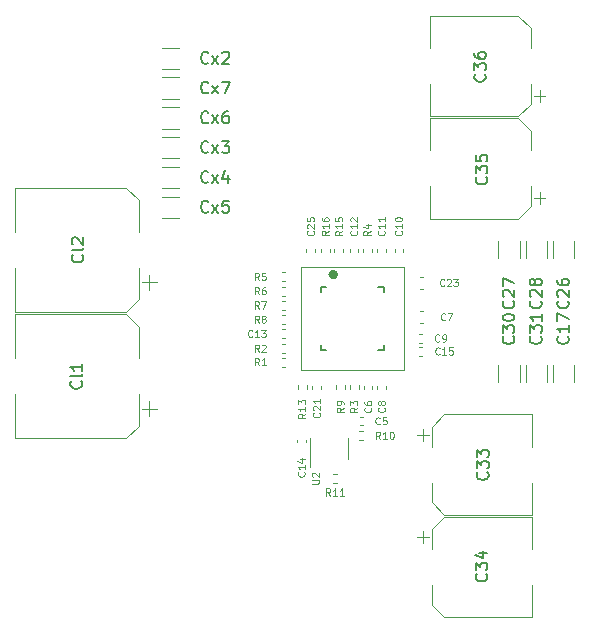
<source format=gbr>
%TF.GenerationSoftware,KiCad,Pcbnew,(5.1.8)-1*%
%TF.CreationDate,2021-10-03T21:30:47+08:00*%
%TF.ProjectId,-18v~18v Dual-Power,2d313876-7e31-4387-9620-4475616c2d50,rev?*%
%TF.SameCoordinates,Original*%
%TF.FileFunction,Legend,Top*%
%TF.FilePolarity,Positive*%
%FSLAX46Y46*%
G04 Gerber Fmt 4.6, Leading zero omitted, Abs format (unit mm)*
G04 Created by KiCad (PCBNEW (5.1.8)-1) date 2021-10-03 21:30:47*
%MOMM*%
%LPD*%
G01*
G04 APERTURE LIST*
%ADD10C,0.120000*%
%ADD11C,0.400000*%
%ADD12C,0.152400*%
%ADD13C,0.100000*%
%ADD14C,0.078740*%
%ADD15C,0.150000*%
G04 APERTURE END LIST*
D10*
X138440000Y-82950000D02*
X138440000Y-91690000D01*
X147180000Y-91690000D02*
X138440000Y-91690000D01*
X147180000Y-91690000D02*
X147180000Y-82950000D01*
X138440000Y-82950000D02*
X147180000Y-82950000D01*
D11*
X141400000Y-83600000D02*
G75*
G03*
X141400000Y-83600000I-200000J0D01*
G01*
D12*
%TO.C,U1*%
X140564800Y-84673000D02*
X140133000Y-84673000D01*
X145467000Y-85104800D02*
X145467000Y-84673000D01*
X145035200Y-90007000D02*
X145467000Y-90007000D01*
X140133000Y-90007000D02*
X140564800Y-90007000D01*
X145467000Y-90007000D02*
X145467000Y-89575200D01*
X145467000Y-84673000D02*
X145035200Y-84673000D01*
X140133000Y-84673000D02*
X140133000Y-85104800D01*
X140133000Y-89575200D02*
X140133000Y-90007000D01*
D10*
%TO.C,C36*%
X149409999Y-61690000D02*
X149409999Y-64440000D01*
X149409999Y-70210000D02*
X149409999Y-67460000D01*
X156865562Y-70210000D02*
X149409999Y-70210000D01*
X156865562Y-61690000D02*
X149409999Y-61690000D01*
X157929999Y-62754437D02*
X157929999Y-64440000D01*
X157929999Y-69145563D02*
X157929999Y-67460000D01*
X157929999Y-69145563D02*
X156865562Y-70210000D01*
X157929999Y-62754437D02*
X156865562Y-61690000D01*
X159169999Y-68460000D02*
X158169999Y-68460000D01*
X158669999Y-68960000D02*
X158669999Y-67960000D01*
%TO.C,C35*%
X149410000Y-70340000D02*
X149410000Y-73090000D01*
X149410000Y-78860000D02*
X149410000Y-76110000D01*
X156865563Y-78860000D02*
X149410000Y-78860000D01*
X156865563Y-70340000D02*
X149410000Y-70340000D01*
X157930000Y-71404437D02*
X157930000Y-73090000D01*
X157930000Y-77795563D02*
X157930000Y-76110000D01*
X157930000Y-77795563D02*
X156865563Y-78860000D01*
X157930000Y-71404437D02*
X156865563Y-70340000D01*
X159170000Y-77110000D02*
X158170000Y-77110000D01*
X158670000Y-77610000D02*
X158670000Y-76610000D01*
%TO.C,C34*%
X158060000Y-112610000D02*
X158060000Y-109860000D01*
X158060000Y-104090000D02*
X158060000Y-106840000D01*
X150604437Y-104090000D02*
X158060000Y-104090000D01*
X150604437Y-112610000D02*
X158060000Y-112610000D01*
X149540000Y-111545563D02*
X149540000Y-109860000D01*
X149540000Y-105154437D02*
X149540000Y-106840000D01*
X149540000Y-105154437D02*
X150604437Y-104090000D01*
X149540000Y-111545563D02*
X150604437Y-112610000D01*
X148300000Y-105840000D02*
X149300000Y-105840000D01*
X148800000Y-105340000D02*
X148800000Y-106340000D01*
%TO.C,C33*%
X158060000Y-103960000D02*
X158060000Y-101210000D01*
X158060000Y-95440000D02*
X158060000Y-98190000D01*
X150604437Y-95440000D02*
X158060000Y-95440000D01*
X150604437Y-103960000D02*
X158060000Y-103960000D01*
X149540000Y-102895563D02*
X149540000Y-101210000D01*
X149540000Y-96504437D02*
X149540000Y-98190000D01*
X149540000Y-96504437D02*
X150604437Y-95440000D01*
X149540000Y-102895563D02*
X150604437Y-103960000D01*
X148300000Y-97190000D02*
X149300000Y-97190000D01*
X148800000Y-96690000D02*
X148800000Y-97690000D01*
%TO.C,Cx7*%
X128111252Y-68721110D02*
X126688748Y-68721110D01*
X128111252Y-66901110D02*
X126688748Y-66901110D01*
%TO.C,Cx6*%
X128111252Y-71243332D02*
X126688748Y-71243332D01*
X128111252Y-69423332D02*
X126688748Y-69423332D01*
%TO.C,Cx5*%
X128111252Y-78810000D02*
X126688748Y-78810000D01*
X128111252Y-76990000D02*
X126688748Y-76990000D01*
%TO.C,Cx4*%
X128111252Y-76287776D02*
X126688748Y-76287776D01*
X128111252Y-74467776D02*
X126688748Y-74467776D01*
%TO.C,Cx3*%
X128111252Y-73765554D02*
X126688748Y-73765554D01*
X128111252Y-71945554D02*
X126688748Y-71945554D01*
%TO.C,Cl2*%
X114240000Y-76240000D02*
X114240000Y-79990000D01*
X114240000Y-86760000D02*
X114240000Y-83010000D01*
X123695563Y-86760000D02*
X114240000Y-86760000D01*
X123695563Y-76240000D02*
X114240000Y-76240000D01*
X124760000Y-77304437D02*
X124760000Y-79990000D01*
X124760000Y-85695563D02*
X124760000Y-83010000D01*
X124760000Y-85695563D02*
X123695563Y-86760000D01*
X124760000Y-77304437D02*
X123695563Y-76240000D01*
X126250000Y-84260000D02*
X125000000Y-84260000D01*
X125625000Y-84885000D02*
X125625000Y-83635000D01*
%TO.C,Cl1*%
X114240000Y-86940000D02*
X114240000Y-90690000D01*
X114240000Y-97460000D02*
X114240000Y-93710000D01*
X123695563Y-97460000D02*
X114240000Y-97460000D01*
X123695563Y-86940000D02*
X114240000Y-86940000D01*
X124760000Y-88004437D02*
X124760000Y-90690000D01*
X124760000Y-96395563D02*
X124760000Y-93710000D01*
X124760000Y-96395563D02*
X123695563Y-97460000D01*
X124760000Y-88004437D02*
X123695563Y-86940000D01*
X126250000Y-94960000D02*
X125000000Y-94960000D01*
X125625000Y-95585000D02*
X125625000Y-94335000D01*
%TO.C,C23*%
X148559420Y-83790000D02*
X148840580Y-83790000D01*
X148559420Y-84810000D02*
X148840580Y-84810000D01*
%TO.C,C7*%
X148559420Y-86690000D02*
X148840580Y-86690000D01*
X148559420Y-87710000D02*
X148840580Y-87710000D01*
%TO.C,Cx2*%
X128111252Y-66198888D02*
X126688748Y-66198888D01*
X128111252Y-64378888D02*
X126688748Y-64378888D01*
%TO.C,C31*%
X159310000Y-91251248D02*
X159310000Y-92673752D01*
X157490000Y-91251248D02*
X157490000Y-92673752D01*
%TO.C,C30*%
X157010000Y-91251248D02*
X157010000Y-92673752D01*
X155190000Y-91251248D02*
X155190000Y-92673752D01*
%TO.C,C28*%
X157490000Y-82163752D02*
X157490000Y-80741248D01*
X159310000Y-82163752D02*
X159310000Y-80741248D01*
%TO.C,C27*%
X155190000Y-82163752D02*
X155190000Y-80741248D01*
X157010000Y-82163752D02*
X157010000Y-80741248D01*
%TO.C,C26*%
X159790000Y-82163752D02*
X159790000Y-80741248D01*
X161610000Y-82163752D02*
X161610000Y-80741248D01*
%TO.C,C17*%
X161609999Y-91251248D02*
X161609999Y-92673752D01*
X159789999Y-91251248D02*
X159789999Y-92673752D01*
%TO.C,C9*%
X148707836Y-89360000D02*
X148492164Y-89360000D01*
X148707836Y-88640000D02*
X148492164Y-88640000D01*
D13*
%TO.C,U2*%
X142440000Y-99209999D02*
X142440000Y-97409999D01*
X139220000Y-97409999D02*
X139220000Y-99859999D01*
%TO.C,R16*%
X140920000Y-81723641D02*
X140920000Y-81416359D01*
X140160000Y-81723641D02*
X140160000Y-81416359D01*
%TO.C,R15*%
X141310000Y-81416359D02*
X141310000Y-81723641D01*
X142070000Y-81416359D02*
X142070000Y-81723641D01*
%TO.C,R13*%
X138980000Y-93293641D02*
X138980000Y-92986359D01*
X138220000Y-93293641D02*
X138220000Y-92986359D01*
%TO.C,R11*%
X141493641Y-100499999D02*
X141186359Y-100499999D01*
X141493641Y-101259999D02*
X141186359Y-101259999D01*
%TO.C,R10*%
X143426359Y-97590000D02*
X143733641Y-97590000D01*
X143426359Y-96830000D02*
X143733641Y-96830000D01*
%TO.C,R9*%
X142170000Y-92986359D02*
X142170000Y-93293641D01*
X141410000Y-92986359D02*
X141410000Y-93293641D01*
%TO.C,R8*%
X136836359Y-87789999D02*
X137143641Y-87789999D01*
X136836359Y-87029999D02*
X137143641Y-87029999D01*
%TO.C,R7*%
X136836359Y-86586666D02*
X137143641Y-86586666D01*
X136836359Y-85826666D02*
X137143641Y-85826666D01*
%TO.C,R6*%
X137143641Y-84623333D02*
X136836359Y-84623333D01*
X137143641Y-85383333D02*
X136836359Y-85383333D01*
%TO.C,R5*%
X137143641Y-83420000D02*
X136836359Y-83420000D01*
X137143641Y-84180000D02*
X136836359Y-84180000D01*
%TO.C,R4*%
X144470000Y-81723641D02*
X144470000Y-81416359D01*
X143710000Y-81723641D02*
X143710000Y-81416359D01*
%TO.C,R3*%
X143360000Y-93293641D02*
X143360000Y-92986359D01*
X142600000Y-93293641D02*
X142600000Y-92986359D01*
%TO.C,R2*%
X136836359Y-90230000D02*
X137143641Y-90230000D01*
X136836359Y-89470000D02*
X137143641Y-89470000D01*
%TO.C,R1*%
X137153641Y-90630000D02*
X136846359Y-90630000D01*
X137153641Y-91390000D02*
X136846359Y-91390000D01*
%TO.C,C25*%
X139660000Y-81677836D02*
X139660000Y-81462164D01*
X138940000Y-81677836D02*
X138940000Y-81462164D01*
%TO.C,C21*%
X140170000Y-93247836D02*
X140170000Y-93032164D01*
X139450000Y-93247836D02*
X139450000Y-93032164D01*
%TO.C,C15*%
X148697836Y-89750000D02*
X148482164Y-89750000D01*
X148697836Y-90470000D02*
X148482164Y-90470000D01*
%TO.C,C14*%
X138160000Y-97582164D02*
X138160000Y-97797836D01*
X138880000Y-97582164D02*
X138880000Y-97797836D01*
%TO.C,C13*%
X136882164Y-88963332D02*
X137097836Y-88963332D01*
X136882164Y-88243332D02*
X137097836Y-88243332D01*
%TO.C,C12*%
X142610000Y-81677836D02*
X142610000Y-81462164D01*
X143330000Y-81677836D02*
X143330000Y-81462164D01*
%TO.C,C11*%
X145660000Y-81472164D02*
X145660000Y-81687836D01*
X144940000Y-81472164D02*
X144940000Y-81687836D01*
%TO.C,C10*%
X146400000Y-81667836D02*
X146400000Y-81452164D01*
X147120000Y-81667836D02*
X147120000Y-81452164D01*
%TO.C,C8*%
X145660000Y-93247836D02*
X145660000Y-93032164D01*
X144940000Y-93247836D02*
X144940000Y-93032164D01*
%TO.C,C6*%
X144530000Y-93247836D02*
X144530000Y-93032164D01*
X143810000Y-93247836D02*
X143810000Y-93032164D01*
%TO.C,C5*%
X143687836Y-95630000D02*
X143472164Y-95630000D01*
X143687836Y-96350000D02*
X143472164Y-96350000D01*
%TO.C,U1*%
D14*
X140957629Y-83412721D02*
X140957629Y-83667689D01*
X140972627Y-83697686D01*
X140987626Y-83712684D01*
X141017622Y-83727682D01*
X141077614Y-83727682D01*
X141107611Y-83712684D01*
X141122609Y-83697686D01*
X141137607Y-83667689D01*
X141137607Y-83412721D01*
X141452568Y-83727682D02*
X141272590Y-83727682D01*
X141362579Y-83727682D02*
X141362579Y-83412721D01*
X141332583Y-83457715D01*
X141302587Y-83487712D01*
X141272590Y-83502710D01*
D15*
%TO.C,C36*%
X154027141Y-66642857D02*
X154074760Y-66690476D01*
X154122379Y-66833333D01*
X154122379Y-66928571D01*
X154074760Y-67071428D01*
X153979522Y-67166666D01*
X153884284Y-67214285D01*
X153693808Y-67261904D01*
X153550951Y-67261904D01*
X153360475Y-67214285D01*
X153265237Y-67166666D01*
X153169999Y-67071428D01*
X153122379Y-66928571D01*
X153122379Y-66833333D01*
X153169999Y-66690476D01*
X153217618Y-66642857D01*
X153122379Y-66309523D02*
X153122379Y-65690476D01*
X153503332Y-66023809D01*
X153503332Y-65880952D01*
X153550951Y-65785714D01*
X153598570Y-65738095D01*
X153693808Y-65690476D01*
X153931903Y-65690476D01*
X154027141Y-65738095D01*
X154074760Y-65785714D01*
X154122379Y-65880952D01*
X154122379Y-66166666D01*
X154074760Y-66261904D01*
X154027141Y-66309523D01*
X153122379Y-64833333D02*
X153122379Y-65023809D01*
X153169999Y-65119047D01*
X153217618Y-65166666D01*
X153360475Y-65261904D01*
X153550951Y-65309523D01*
X153931903Y-65309523D01*
X154027141Y-65261904D01*
X154074760Y-65214285D01*
X154122379Y-65119047D01*
X154122379Y-64928571D01*
X154074760Y-64833333D01*
X154027141Y-64785714D01*
X153931903Y-64738095D01*
X153693808Y-64738095D01*
X153598570Y-64785714D01*
X153550951Y-64833333D01*
X153503332Y-64928571D01*
X153503332Y-65119047D01*
X153550951Y-65214285D01*
X153598570Y-65261904D01*
X153693808Y-65309523D01*
%TO.C,C35*%
X154157142Y-75342857D02*
X154204761Y-75390476D01*
X154252380Y-75533333D01*
X154252380Y-75628571D01*
X154204761Y-75771428D01*
X154109523Y-75866666D01*
X154014285Y-75914285D01*
X153823809Y-75961904D01*
X153680952Y-75961904D01*
X153490476Y-75914285D01*
X153395238Y-75866666D01*
X153300000Y-75771428D01*
X153252380Y-75628571D01*
X153252380Y-75533333D01*
X153300000Y-75390476D01*
X153347619Y-75342857D01*
X153252380Y-75009523D02*
X153252380Y-74390476D01*
X153633333Y-74723809D01*
X153633333Y-74580952D01*
X153680952Y-74485714D01*
X153728571Y-74438095D01*
X153823809Y-74390476D01*
X154061904Y-74390476D01*
X154157142Y-74438095D01*
X154204761Y-74485714D01*
X154252380Y-74580952D01*
X154252380Y-74866666D01*
X154204761Y-74961904D01*
X154157142Y-75009523D01*
X153252380Y-73485714D02*
X153252380Y-73961904D01*
X153728571Y-74009523D01*
X153680952Y-73961904D01*
X153633333Y-73866666D01*
X153633333Y-73628571D01*
X153680952Y-73533333D01*
X153728571Y-73485714D01*
X153823809Y-73438095D01*
X154061904Y-73438095D01*
X154157142Y-73485714D01*
X154204761Y-73533333D01*
X154252380Y-73628571D01*
X154252380Y-73866666D01*
X154204761Y-73961904D01*
X154157142Y-74009523D01*
%TO.C,C34*%
X154157142Y-108942857D02*
X154204761Y-108990476D01*
X154252380Y-109133333D01*
X154252380Y-109228571D01*
X154204761Y-109371428D01*
X154109523Y-109466666D01*
X154014285Y-109514285D01*
X153823809Y-109561904D01*
X153680952Y-109561904D01*
X153490476Y-109514285D01*
X153395238Y-109466666D01*
X153300000Y-109371428D01*
X153252380Y-109228571D01*
X153252380Y-109133333D01*
X153300000Y-108990476D01*
X153347619Y-108942857D01*
X153252380Y-108609523D02*
X153252380Y-107990476D01*
X153633333Y-108323809D01*
X153633333Y-108180952D01*
X153680952Y-108085714D01*
X153728571Y-108038095D01*
X153823809Y-107990476D01*
X154061904Y-107990476D01*
X154157142Y-108038095D01*
X154204761Y-108085714D01*
X154252380Y-108180952D01*
X154252380Y-108466666D01*
X154204761Y-108561904D01*
X154157142Y-108609523D01*
X153585714Y-107133333D02*
X154252380Y-107133333D01*
X153204761Y-107371428D02*
X153919047Y-107609523D01*
X153919047Y-106990476D01*
%TO.C,C33*%
X154257142Y-100342857D02*
X154304761Y-100390476D01*
X154352380Y-100533333D01*
X154352380Y-100628571D01*
X154304761Y-100771428D01*
X154209523Y-100866666D01*
X154114285Y-100914285D01*
X153923809Y-100961904D01*
X153780952Y-100961904D01*
X153590476Y-100914285D01*
X153495238Y-100866666D01*
X153400000Y-100771428D01*
X153352380Y-100628571D01*
X153352380Y-100533333D01*
X153400000Y-100390476D01*
X153447619Y-100342857D01*
X153352380Y-100009523D02*
X153352380Y-99390476D01*
X153733333Y-99723809D01*
X153733333Y-99580952D01*
X153780952Y-99485714D01*
X153828571Y-99438095D01*
X153923809Y-99390476D01*
X154161904Y-99390476D01*
X154257142Y-99438095D01*
X154304761Y-99485714D01*
X154352380Y-99580952D01*
X154352380Y-99866666D01*
X154304761Y-99961904D01*
X154257142Y-100009523D01*
X153352380Y-99057142D02*
X153352380Y-98438095D01*
X153733333Y-98771428D01*
X153733333Y-98628571D01*
X153780952Y-98533333D01*
X153828571Y-98485714D01*
X153923809Y-98438095D01*
X154161904Y-98438095D01*
X154257142Y-98485714D01*
X154304761Y-98533333D01*
X154352380Y-98628571D01*
X154352380Y-98914285D01*
X154304761Y-99009523D01*
X154257142Y-99057142D01*
%TO.C,Cx7*%
X130633333Y-68168252D02*
X130585714Y-68215871D01*
X130442857Y-68263490D01*
X130347619Y-68263490D01*
X130204762Y-68215871D01*
X130109523Y-68120633D01*
X130061904Y-68025395D01*
X130014285Y-67834919D01*
X130014285Y-67692062D01*
X130061904Y-67501586D01*
X130109523Y-67406348D01*
X130204762Y-67311110D01*
X130347619Y-67263490D01*
X130442857Y-67263490D01*
X130585714Y-67311110D01*
X130633333Y-67358729D01*
X130966666Y-68263490D02*
X131490476Y-67596824D01*
X130966666Y-67596824D02*
X131490476Y-68263490D01*
X131776190Y-67263490D02*
X132442857Y-67263490D01*
X132014285Y-68263490D01*
%TO.C,Cx6*%
X130633333Y-70690474D02*
X130585714Y-70738093D01*
X130442857Y-70785712D01*
X130347619Y-70785712D01*
X130204762Y-70738093D01*
X130109523Y-70642855D01*
X130061904Y-70547617D01*
X130014285Y-70357141D01*
X130014285Y-70214284D01*
X130061904Y-70023808D01*
X130109523Y-69928570D01*
X130204762Y-69833332D01*
X130347619Y-69785712D01*
X130442857Y-69785712D01*
X130585714Y-69833332D01*
X130633333Y-69880951D01*
X130966666Y-70785712D02*
X131490476Y-70119046D01*
X130966666Y-70119046D02*
X131490476Y-70785712D01*
X132300000Y-69785712D02*
X132109523Y-69785712D01*
X132014285Y-69833332D01*
X131966666Y-69880951D01*
X131871428Y-70023808D01*
X131823809Y-70214284D01*
X131823809Y-70595236D01*
X131871428Y-70690474D01*
X131919047Y-70738093D01*
X132014285Y-70785712D01*
X132204762Y-70785712D01*
X132300000Y-70738093D01*
X132347619Y-70690474D01*
X132395238Y-70595236D01*
X132395238Y-70357141D01*
X132347619Y-70261903D01*
X132300000Y-70214284D01*
X132204762Y-70166665D01*
X132014285Y-70166665D01*
X131919047Y-70214284D01*
X131871428Y-70261903D01*
X131823809Y-70357141D01*
%TO.C,Cx5*%
X130633333Y-78257142D02*
X130585714Y-78304761D01*
X130442857Y-78352380D01*
X130347619Y-78352380D01*
X130204762Y-78304761D01*
X130109523Y-78209523D01*
X130061904Y-78114285D01*
X130014285Y-77923809D01*
X130014285Y-77780952D01*
X130061904Y-77590476D01*
X130109523Y-77495238D01*
X130204762Y-77400000D01*
X130347619Y-77352380D01*
X130442857Y-77352380D01*
X130585714Y-77400000D01*
X130633333Y-77447619D01*
X130966666Y-78352380D02*
X131490476Y-77685714D01*
X130966666Y-77685714D02*
X131490476Y-78352380D01*
X132347619Y-77352380D02*
X131871428Y-77352380D01*
X131823809Y-77828571D01*
X131871428Y-77780952D01*
X131966666Y-77733333D01*
X132204762Y-77733333D01*
X132300000Y-77780952D01*
X132347619Y-77828571D01*
X132395238Y-77923809D01*
X132395238Y-78161904D01*
X132347619Y-78257142D01*
X132300000Y-78304761D01*
X132204762Y-78352380D01*
X131966666Y-78352380D01*
X131871428Y-78304761D01*
X131823809Y-78257142D01*
%TO.C,Cx4*%
X130633333Y-75734918D02*
X130585714Y-75782537D01*
X130442857Y-75830156D01*
X130347619Y-75830156D01*
X130204762Y-75782537D01*
X130109523Y-75687299D01*
X130061904Y-75592061D01*
X130014285Y-75401585D01*
X130014285Y-75258728D01*
X130061904Y-75068252D01*
X130109523Y-74973014D01*
X130204762Y-74877776D01*
X130347619Y-74830156D01*
X130442857Y-74830156D01*
X130585714Y-74877776D01*
X130633333Y-74925395D01*
X130966666Y-75830156D02*
X131490476Y-75163490D01*
X130966666Y-75163490D02*
X131490476Y-75830156D01*
X132300000Y-75163490D02*
X132300000Y-75830156D01*
X132061904Y-74782537D02*
X131823809Y-75496823D01*
X132442857Y-75496823D01*
%TO.C,Cx3*%
X130633333Y-73212696D02*
X130585714Y-73260315D01*
X130442857Y-73307934D01*
X130347619Y-73307934D01*
X130204762Y-73260315D01*
X130109523Y-73165077D01*
X130061904Y-73069839D01*
X130014285Y-72879363D01*
X130014285Y-72736506D01*
X130061904Y-72546030D01*
X130109523Y-72450792D01*
X130204762Y-72355554D01*
X130347619Y-72307934D01*
X130442857Y-72307934D01*
X130585714Y-72355554D01*
X130633333Y-72403173D01*
X130966666Y-73307934D02*
X131490476Y-72641268D01*
X130966666Y-72641268D02*
X131490476Y-73307934D01*
X131776190Y-72307934D02*
X132395238Y-72307934D01*
X132061904Y-72688887D01*
X132204762Y-72688887D01*
X132300000Y-72736506D01*
X132347619Y-72784125D01*
X132395238Y-72879363D01*
X132395238Y-73117458D01*
X132347619Y-73212696D01*
X132300000Y-73260315D01*
X132204762Y-73307934D01*
X131919047Y-73307934D01*
X131823809Y-73260315D01*
X131776190Y-73212696D01*
%TO.C,Cl2*%
X119957142Y-81928571D02*
X120004761Y-81976190D01*
X120052380Y-82119047D01*
X120052380Y-82214285D01*
X120004761Y-82357142D01*
X119909523Y-82452380D01*
X119814285Y-82500000D01*
X119623809Y-82547619D01*
X119480952Y-82547619D01*
X119290476Y-82500000D01*
X119195238Y-82452380D01*
X119100000Y-82357142D01*
X119052380Y-82214285D01*
X119052380Y-82119047D01*
X119100000Y-81976190D01*
X119147619Y-81928571D01*
X120052380Y-81357142D02*
X120004761Y-81452380D01*
X119909523Y-81500000D01*
X119052380Y-81500000D01*
X119147619Y-81023809D02*
X119100000Y-80976190D01*
X119052380Y-80880952D01*
X119052380Y-80642857D01*
X119100000Y-80547619D01*
X119147619Y-80500000D01*
X119242857Y-80452380D01*
X119338095Y-80452380D01*
X119480952Y-80500000D01*
X120052380Y-81071428D01*
X120052380Y-80452380D01*
%TO.C,Cl1*%
X119857142Y-92628571D02*
X119904761Y-92676190D01*
X119952380Y-92819047D01*
X119952380Y-92914285D01*
X119904761Y-93057142D01*
X119809523Y-93152380D01*
X119714285Y-93200000D01*
X119523809Y-93247619D01*
X119380952Y-93247619D01*
X119190476Y-93200000D01*
X119095238Y-93152380D01*
X119000000Y-93057142D01*
X118952380Y-92914285D01*
X118952380Y-92819047D01*
X119000000Y-92676190D01*
X119047619Y-92628571D01*
X119952380Y-92057142D02*
X119904761Y-92152380D01*
X119809523Y-92200000D01*
X118952380Y-92200000D01*
X119952380Y-91152380D02*
X119952380Y-91723809D01*
X119952380Y-91438095D02*
X118952380Y-91438095D01*
X119095238Y-91533333D01*
X119190476Y-91628571D01*
X119238095Y-91723809D01*
%TO.C,C23*%
D13*
X150614285Y-84514285D02*
X150585714Y-84542857D01*
X150500000Y-84571428D01*
X150442857Y-84571428D01*
X150357142Y-84542857D01*
X150300000Y-84485714D01*
X150271428Y-84428571D01*
X150242857Y-84314285D01*
X150242857Y-84228571D01*
X150271428Y-84114285D01*
X150300000Y-84057142D01*
X150357142Y-84000000D01*
X150442857Y-83971428D01*
X150500000Y-83971428D01*
X150585714Y-84000000D01*
X150614285Y-84028571D01*
X150842857Y-84028571D02*
X150871428Y-84000000D01*
X150928571Y-83971428D01*
X151071428Y-83971428D01*
X151128571Y-84000000D01*
X151157142Y-84028571D01*
X151185714Y-84085714D01*
X151185714Y-84142857D01*
X151157142Y-84228571D01*
X150814285Y-84571428D01*
X151185714Y-84571428D01*
X151385714Y-83971428D02*
X151757142Y-83971428D01*
X151557142Y-84200000D01*
X151642857Y-84200000D01*
X151700000Y-84228571D01*
X151728571Y-84257142D01*
X151757142Y-84314285D01*
X151757142Y-84457142D01*
X151728571Y-84514285D01*
X151700000Y-84542857D01*
X151642857Y-84571428D01*
X151471428Y-84571428D01*
X151414285Y-84542857D01*
X151385714Y-84514285D01*
%TO.C,C7*%
X150700000Y-87414285D02*
X150671428Y-87442857D01*
X150585714Y-87471428D01*
X150528571Y-87471428D01*
X150442857Y-87442857D01*
X150385714Y-87385714D01*
X150357142Y-87328571D01*
X150328571Y-87214285D01*
X150328571Y-87128571D01*
X150357142Y-87014285D01*
X150385714Y-86957142D01*
X150442857Y-86900000D01*
X150528571Y-86871428D01*
X150585714Y-86871428D01*
X150671428Y-86900000D01*
X150700000Y-86928571D01*
X150900000Y-86871428D02*
X151300000Y-86871428D01*
X151042857Y-87471428D01*
%TO.C,Cx2*%
D15*
X130633333Y-65646030D02*
X130585714Y-65693649D01*
X130442857Y-65741268D01*
X130347619Y-65741268D01*
X130204762Y-65693649D01*
X130109523Y-65598411D01*
X130061904Y-65503173D01*
X130014285Y-65312697D01*
X130014285Y-65169840D01*
X130061904Y-64979364D01*
X130109523Y-64884126D01*
X130204762Y-64788888D01*
X130347619Y-64741268D01*
X130442857Y-64741268D01*
X130585714Y-64788888D01*
X130633333Y-64836507D01*
X130966666Y-65741268D02*
X131490476Y-65074602D01*
X130966666Y-65074602D02*
X131490476Y-65741268D01*
X131823809Y-64836507D02*
X131871428Y-64788888D01*
X131966666Y-64741268D01*
X132204762Y-64741268D01*
X132300000Y-64788888D01*
X132347619Y-64836507D01*
X132395238Y-64931745D01*
X132395238Y-65026983D01*
X132347619Y-65169840D01*
X131776190Y-65741268D01*
X132395238Y-65741268D01*
%TO.C,C31*%
X158757142Y-88842857D02*
X158804761Y-88890476D01*
X158852380Y-89033333D01*
X158852380Y-89128571D01*
X158804761Y-89271428D01*
X158709523Y-89366666D01*
X158614285Y-89414285D01*
X158423809Y-89461904D01*
X158280952Y-89461904D01*
X158090476Y-89414285D01*
X157995238Y-89366666D01*
X157900000Y-89271428D01*
X157852380Y-89128571D01*
X157852380Y-89033333D01*
X157900000Y-88890476D01*
X157947619Y-88842857D01*
X157852380Y-88509523D02*
X157852380Y-87890476D01*
X158233333Y-88223809D01*
X158233333Y-88080952D01*
X158280952Y-87985714D01*
X158328571Y-87938095D01*
X158423809Y-87890476D01*
X158661904Y-87890476D01*
X158757142Y-87938095D01*
X158804761Y-87985714D01*
X158852380Y-88080952D01*
X158852380Y-88366666D01*
X158804761Y-88461904D01*
X158757142Y-88509523D01*
X158852380Y-86938095D02*
X158852380Y-87509523D01*
X158852380Y-87223809D02*
X157852380Y-87223809D01*
X157995238Y-87319047D01*
X158090476Y-87414285D01*
X158138095Y-87509523D01*
%TO.C,C30*%
X156457142Y-88842857D02*
X156504761Y-88890476D01*
X156552380Y-89033333D01*
X156552380Y-89128571D01*
X156504761Y-89271428D01*
X156409523Y-89366666D01*
X156314285Y-89414285D01*
X156123809Y-89461904D01*
X155980952Y-89461904D01*
X155790476Y-89414285D01*
X155695238Y-89366666D01*
X155600000Y-89271428D01*
X155552380Y-89128571D01*
X155552380Y-89033333D01*
X155600000Y-88890476D01*
X155647619Y-88842857D01*
X155552380Y-88509523D02*
X155552380Y-87890476D01*
X155933333Y-88223809D01*
X155933333Y-88080952D01*
X155980952Y-87985714D01*
X156028571Y-87938095D01*
X156123809Y-87890476D01*
X156361904Y-87890476D01*
X156457142Y-87938095D01*
X156504761Y-87985714D01*
X156552380Y-88080952D01*
X156552380Y-88366666D01*
X156504761Y-88461904D01*
X156457142Y-88509523D01*
X155552380Y-87271428D02*
X155552380Y-87176190D01*
X155600000Y-87080952D01*
X155647619Y-87033333D01*
X155742857Y-86985714D01*
X155933333Y-86938095D01*
X156171428Y-86938095D01*
X156361904Y-86985714D01*
X156457142Y-87033333D01*
X156504761Y-87080952D01*
X156552380Y-87176190D01*
X156552380Y-87271428D01*
X156504761Y-87366666D01*
X156457142Y-87414285D01*
X156361904Y-87461904D01*
X156171428Y-87509523D01*
X155933333Y-87509523D01*
X155742857Y-87461904D01*
X155647619Y-87414285D01*
X155600000Y-87366666D01*
X155552380Y-87271428D01*
%TO.C,C28*%
X158757142Y-85842857D02*
X158804761Y-85890476D01*
X158852380Y-86033333D01*
X158852380Y-86128571D01*
X158804761Y-86271428D01*
X158709523Y-86366666D01*
X158614285Y-86414285D01*
X158423809Y-86461904D01*
X158280952Y-86461904D01*
X158090476Y-86414285D01*
X157995238Y-86366666D01*
X157900000Y-86271428D01*
X157852380Y-86128571D01*
X157852380Y-86033333D01*
X157900000Y-85890476D01*
X157947619Y-85842857D01*
X157947619Y-85461904D02*
X157900000Y-85414285D01*
X157852380Y-85319047D01*
X157852380Y-85080952D01*
X157900000Y-84985714D01*
X157947619Y-84938095D01*
X158042857Y-84890476D01*
X158138095Y-84890476D01*
X158280952Y-84938095D01*
X158852380Y-85509523D01*
X158852380Y-84890476D01*
X158280952Y-84319047D02*
X158233333Y-84414285D01*
X158185714Y-84461904D01*
X158090476Y-84509523D01*
X158042857Y-84509523D01*
X157947619Y-84461904D01*
X157900000Y-84414285D01*
X157852380Y-84319047D01*
X157852380Y-84128571D01*
X157900000Y-84033333D01*
X157947619Y-83985714D01*
X158042857Y-83938095D01*
X158090476Y-83938095D01*
X158185714Y-83985714D01*
X158233333Y-84033333D01*
X158280952Y-84128571D01*
X158280952Y-84319047D01*
X158328571Y-84414285D01*
X158376190Y-84461904D01*
X158471428Y-84509523D01*
X158661904Y-84509523D01*
X158757142Y-84461904D01*
X158804761Y-84414285D01*
X158852380Y-84319047D01*
X158852380Y-84128571D01*
X158804761Y-84033333D01*
X158757142Y-83985714D01*
X158661904Y-83938095D01*
X158471428Y-83938095D01*
X158376190Y-83985714D01*
X158328571Y-84033333D01*
X158280952Y-84128571D01*
%TO.C,C27*%
X156457142Y-85842857D02*
X156504761Y-85890476D01*
X156552380Y-86033333D01*
X156552380Y-86128571D01*
X156504761Y-86271428D01*
X156409523Y-86366666D01*
X156314285Y-86414285D01*
X156123809Y-86461904D01*
X155980952Y-86461904D01*
X155790476Y-86414285D01*
X155695238Y-86366666D01*
X155600000Y-86271428D01*
X155552380Y-86128571D01*
X155552380Y-86033333D01*
X155600000Y-85890476D01*
X155647619Y-85842857D01*
X155647619Y-85461904D02*
X155600000Y-85414285D01*
X155552380Y-85319047D01*
X155552380Y-85080952D01*
X155600000Y-84985714D01*
X155647619Y-84938095D01*
X155742857Y-84890476D01*
X155838095Y-84890476D01*
X155980952Y-84938095D01*
X156552380Y-85509523D01*
X156552380Y-84890476D01*
X155552380Y-84557142D02*
X155552380Y-83890476D01*
X156552380Y-84319047D01*
%TO.C,C26*%
X161057142Y-85842857D02*
X161104761Y-85890476D01*
X161152380Y-86033333D01*
X161152380Y-86128571D01*
X161104761Y-86271428D01*
X161009523Y-86366666D01*
X160914285Y-86414285D01*
X160723809Y-86461904D01*
X160580952Y-86461904D01*
X160390476Y-86414285D01*
X160295238Y-86366666D01*
X160200000Y-86271428D01*
X160152380Y-86128571D01*
X160152380Y-86033333D01*
X160200000Y-85890476D01*
X160247619Y-85842857D01*
X160247619Y-85461904D02*
X160200000Y-85414285D01*
X160152380Y-85319047D01*
X160152380Y-85080952D01*
X160200000Y-84985714D01*
X160247619Y-84938095D01*
X160342857Y-84890476D01*
X160438095Y-84890476D01*
X160580952Y-84938095D01*
X161152380Y-85509523D01*
X161152380Y-84890476D01*
X160152380Y-84033333D02*
X160152380Y-84223809D01*
X160200000Y-84319047D01*
X160247619Y-84366666D01*
X160390476Y-84461904D01*
X160580952Y-84509523D01*
X160961904Y-84509523D01*
X161057142Y-84461904D01*
X161104761Y-84414285D01*
X161152380Y-84319047D01*
X161152380Y-84128571D01*
X161104761Y-84033333D01*
X161057142Y-83985714D01*
X160961904Y-83938095D01*
X160723809Y-83938095D01*
X160628571Y-83985714D01*
X160580952Y-84033333D01*
X160533333Y-84128571D01*
X160533333Y-84319047D01*
X160580952Y-84414285D01*
X160628571Y-84461904D01*
X160723809Y-84509523D01*
%TO.C,C17*%
X161057141Y-88842857D02*
X161104760Y-88890476D01*
X161152379Y-89033333D01*
X161152379Y-89128571D01*
X161104760Y-89271428D01*
X161009522Y-89366666D01*
X160914284Y-89414285D01*
X160723808Y-89461904D01*
X160580951Y-89461904D01*
X160390475Y-89414285D01*
X160295237Y-89366666D01*
X160199999Y-89271428D01*
X160152379Y-89128571D01*
X160152379Y-89033333D01*
X160199999Y-88890476D01*
X160247618Y-88842857D01*
X161152379Y-87890476D02*
X161152379Y-88461904D01*
X161152379Y-88176190D02*
X160152379Y-88176190D01*
X160295237Y-88271428D01*
X160390475Y-88366666D01*
X160438094Y-88461904D01*
X160152379Y-87557142D02*
X160152379Y-86890476D01*
X161152379Y-87319047D01*
%TO.C,C9*%
D13*
X150200000Y-89214285D02*
X150171428Y-89242857D01*
X150085714Y-89271428D01*
X150028571Y-89271428D01*
X149942857Y-89242857D01*
X149885714Y-89185714D01*
X149857142Y-89128571D01*
X149828571Y-89014285D01*
X149828571Y-88928571D01*
X149857142Y-88814285D01*
X149885714Y-88757142D01*
X149942857Y-88700000D01*
X150028571Y-88671428D01*
X150085714Y-88671428D01*
X150171428Y-88700000D01*
X150200000Y-88728571D01*
X150485714Y-89271428D02*
X150600000Y-89271428D01*
X150657142Y-89242857D01*
X150685714Y-89214285D01*
X150742857Y-89128571D01*
X150771428Y-89014285D01*
X150771428Y-88785714D01*
X150742857Y-88728571D01*
X150714285Y-88700000D01*
X150657142Y-88671428D01*
X150542857Y-88671428D01*
X150485714Y-88700000D01*
X150457142Y-88728571D01*
X150428571Y-88785714D01*
X150428571Y-88928571D01*
X150457142Y-88985714D01*
X150485714Y-89014285D01*
X150542857Y-89042857D01*
X150657142Y-89042857D01*
X150714285Y-89014285D01*
X150742857Y-88985714D01*
X150771428Y-88928571D01*
%TO.C,U2*%
X139401428Y-101307142D02*
X139887142Y-101307142D01*
X139944285Y-101278571D01*
X139972857Y-101250000D01*
X140001428Y-101192857D01*
X140001428Y-101078571D01*
X139972857Y-101021428D01*
X139944285Y-100992857D01*
X139887142Y-100964285D01*
X139401428Y-100964285D01*
X139458571Y-100707142D02*
X139430000Y-100678571D01*
X139401428Y-100621428D01*
X139401428Y-100478571D01*
X139430000Y-100421428D01*
X139458571Y-100392857D01*
X139515714Y-100364285D01*
X139572857Y-100364285D01*
X139658571Y-100392857D01*
X140001428Y-100735714D01*
X140001428Y-100364285D01*
%TO.C,R16*%
X140819761Y-79905714D02*
X140534047Y-80105714D01*
X140819761Y-80248571D02*
X140219761Y-80248571D01*
X140219761Y-80020000D01*
X140248333Y-79962857D01*
X140276904Y-79934285D01*
X140334047Y-79905714D01*
X140419761Y-79905714D01*
X140476904Y-79934285D01*
X140505475Y-79962857D01*
X140534047Y-80020000D01*
X140534047Y-80248571D01*
X140819761Y-79334285D02*
X140819761Y-79677142D01*
X140819761Y-79505714D02*
X140219761Y-79505714D01*
X140305475Y-79562857D01*
X140362618Y-79620000D01*
X140391190Y-79677142D01*
X140219761Y-78820000D02*
X140219761Y-78934285D01*
X140248333Y-78991428D01*
X140276904Y-79020000D01*
X140362618Y-79077142D01*
X140476904Y-79105714D01*
X140705475Y-79105714D01*
X140762618Y-79077142D01*
X140791190Y-79048571D01*
X140819761Y-78991428D01*
X140819761Y-78877142D01*
X140791190Y-78820000D01*
X140762618Y-78791428D01*
X140705475Y-78762857D01*
X140562618Y-78762857D01*
X140505475Y-78791428D01*
X140476904Y-78820000D01*
X140448333Y-78877142D01*
X140448333Y-78991428D01*
X140476904Y-79048571D01*
X140505475Y-79077142D01*
X140562618Y-79105714D01*
%TO.C,R15*%
X141971428Y-79905714D02*
X141685714Y-80105714D01*
X141971428Y-80248571D02*
X141371428Y-80248571D01*
X141371428Y-80020000D01*
X141400000Y-79962857D01*
X141428571Y-79934285D01*
X141485714Y-79905714D01*
X141571428Y-79905714D01*
X141628571Y-79934285D01*
X141657142Y-79962857D01*
X141685714Y-80020000D01*
X141685714Y-80248571D01*
X141971428Y-79334285D02*
X141971428Y-79677142D01*
X141971428Y-79505714D02*
X141371428Y-79505714D01*
X141457142Y-79562857D01*
X141514285Y-79620000D01*
X141542857Y-79677142D01*
X141371428Y-78791428D02*
X141371428Y-79077142D01*
X141657142Y-79105714D01*
X141628571Y-79077142D01*
X141600000Y-79020000D01*
X141600000Y-78877142D01*
X141628571Y-78820000D01*
X141657142Y-78791428D01*
X141714285Y-78762857D01*
X141857142Y-78762857D01*
X141914285Y-78791428D01*
X141942857Y-78820000D01*
X141971428Y-78877142D01*
X141971428Y-79020000D01*
X141942857Y-79077142D01*
X141914285Y-79105714D01*
%TO.C,R13*%
X138841428Y-95365714D02*
X138555714Y-95565714D01*
X138841428Y-95708571D02*
X138241428Y-95708571D01*
X138241428Y-95480000D01*
X138270000Y-95422857D01*
X138298571Y-95394285D01*
X138355714Y-95365714D01*
X138441428Y-95365714D01*
X138498571Y-95394285D01*
X138527142Y-95422857D01*
X138555714Y-95480000D01*
X138555714Y-95708571D01*
X138841428Y-94794285D02*
X138841428Y-95137142D01*
X138841428Y-94965714D02*
X138241428Y-94965714D01*
X138327142Y-95022857D01*
X138384285Y-95080000D01*
X138412857Y-95137142D01*
X138241428Y-94594285D02*
X138241428Y-94222857D01*
X138470000Y-94422857D01*
X138470000Y-94337142D01*
X138498571Y-94280000D01*
X138527142Y-94251428D01*
X138584285Y-94222857D01*
X138727142Y-94222857D01*
X138784285Y-94251428D01*
X138812857Y-94280000D01*
X138841428Y-94337142D01*
X138841428Y-94508571D01*
X138812857Y-94565714D01*
X138784285Y-94594285D01*
%TO.C,R11*%
X140974285Y-102311427D02*
X140774285Y-102025713D01*
X140631428Y-102311427D02*
X140631428Y-101711427D01*
X140860000Y-101711427D01*
X140917142Y-101739999D01*
X140945714Y-101768570D01*
X140974285Y-101825713D01*
X140974285Y-101911427D01*
X140945714Y-101968570D01*
X140917142Y-101997141D01*
X140860000Y-102025713D01*
X140631428Y-102025713D01*
X141545714Y-102311427D02*
X141202857Y-102311427D01*
X141374285Y-102311427D02*
X141374285Y-101711427D01*
X141317142Y-101797141D01*
X141260000Y-101854284D01*
X141202857Y-101882856D01*
X142117142Y-102311427D02*
X141774285Y-102311427D01*
X141945714Y-102311427D02*
X141945714Y-101711427D01*
X141888571Y-101797141D01*
X141831428Y-101854284D01*
X141774285Y-101882856D01*
%TO.C,R10*%
X145174285Y-97511428D02*
X144974285Y-97225714D01*
X144831428Y-97511428D02*
X144831428Y-96911428D01*
X145060000Y-96911428D01*
X145117142Y-96940000D01*
X145145714Y-96968571D01*
X145174285Y-97025714D01*
X145174285Y-97111428D01*
X145145714Y-97168571D01*
X145117142Y-97197142D01*
X145060000Y-97225714D01*
X144831428Y-97225714D01*
X145745714Y-97511428D02*
X145402857Y-97511428D01*
X145574285Y-97511428D02*
X145574285Y-96911428D01*
X145517142Y-96997142D01*
X145460000Y-97054285D01*
X145402857Y-97082857D01*
X146117142Y-96911428D02*
X146174285Y-96911428D01*
X146231428Y-96940000D01*
X146260000Y-96968571D01*
X146288571Y-97025714D01*
X146317142Y-97140000D01*
X146317142Y-97282857D01*
X146288571Y-97397142D01*
X146260000Y-97454285D01*
X146231428Y-97482857D01*
X146174285Y-97511428D01*
X146117142Y-97511428D01*
X146060000Y-97482857D01*
X146031428Y-97454285D01*
X146002857Y-97397142D01*
X145974285Y-97282857D01*
X145974285Y-97140000D01*
X146002857Y-97025714D01*
X146031428Y-96968571D01*
X146060000Y-96940000D01*
X146117142Y-96911428D01*
%TO.C,R9*%
X142101428Y-94864286D02*
X141815714Y-95064286D01*
X142101428Y-95207143D02*
X141501428Y-95207143D01*
X141501428Y-94978571D01*
X141530000Y-94921428D01*
X141558571Y-94892857D01*
X141615714Y-94864286D01*
X141701428Y-94864286D01*
X141758571Y-94892857D01*
X141787142Y-94921428D01*
X141815714Y-94978571D01*
X141815714Y-95207143D01*
X142101428Y-94578571D02*
X142101428Y-94464286D01*
X142072857Y-94407143D01*
X142044285Y-94378571D01*
X141958571Y-94321428D01*
X141844285Y-94292857D01*
X141615714Y-94292857D01*
X141558571Y-94321428D01*
X141530000Y-94350000D01*
X141501428Y-94407143D01*
X141501428Y-94521428D01*
X141530000Y-94578571D01*
X141558571Y-94607143D01*
X141615714Y-94635714D01*
X141758571Y-94635714D01*
X141815714Y-94607143D01*
X141844285Y-94578571D01*
X141872857Y-94521428D01*
X141872857Y-94407143D01*
X141844285Y-94350000D01*
X141815714Y-94321428D01*
X141758571Y-94292857D01*
%TO.C,R8*%
X134920000Y-87676426D02*
X134720000Y-87390712D01*
X134577142Y-87676426D02*
X134577142Y-87076426D01*
X134805714Y-87076426D01*
X134862857Y-87104998D01*
X134891428Y-87133569D01*
X134920000Y-87190712D01*
X134920000Y-87276426D01*
X134891428Y-87333569D01*
X134862857Y-87362140D01*
X134805714Y-87390712D01*
X134577142Y-87390712D01*
X135262857Y-87333569D02*
X135205714Y-87304998D01*
X135177142Y-87276426D01*
X135148571Y-87219283D01*
X135148571Y-87190712D01*
X135177142Y-87133569D01*
X135205714Y-87104998D01*
X135262857Y-87076426D01*
X135377142Y-87076426D01*
X135434285Y-87104998D01*
X135462857Y-87133569D01*
X135491428Y-87190712D01*
X135491428Y-87219283D01*
X135462857Y-87276426D01*
X135434285Y-87304998D01*
X135377142Y-87333569D01*
X135262857Y-87333569D01*
X135205714Y-87362140D01*
X135177142Y-87390712D01*
X135148571Y-87447855D01*
X135148571Y-87562140D01*
X135177142Y-87619283D01*
X135205714Y-87647855D01*
X135262857Y-87676426D01*
X135377142Y-87676426D01*
X135434285Y-87647855D01*
X135462857Y-87619283D01*
X135491428Y-87562140D01*
X135491428Y-87447855D01*
X135462857Y-87390712D01*
X135434285Y-87362140D01*
X135377142Y-87333569D01*
%TO.C,R7*%
X134920000Y-86474760D02*
X134720000Y-86189046D01*
X134577142Y-86474760D02*
X134577142Y-85874760D01*
X134805714Y-85874760D01*
X134862857Y-85903332D01*
X134891428Y-85931903D01*
X134920000Y-85989046D01*
X134920000Y-86074760D01*
X134891428Y-86131903D01*
X134862857Y-86160474D01*
X134805714Y-86189046D01*
X134577142Y-86189046D01*
X135120000Y-85874760D02*
X135520000Y-85874760D01*
X135262857Y-86474760D01*
%TO.C,R6*%
X134920000Y-85273094D02*
X134720000Y-84987380D01*
X134577142Y-85273094D02*
X134577142Y-84673094D01*
X134805714Y-84673094D01*
X134862857Y-84701666D01*
X134891428Y-84730237D01*
X134920000Y-84787380D01*
X134920000Y-84873094D01*
X134891428Y-84930237D01*
X134862857Y-84958808D01*
X134805714Y-84987380D01*
X134577142Y-84987380D01*
X135434285Y-84673094D02*
X135320000Y-84673094D01*
X135262857Y-84701666D01*
X135234285Y-84730237D01*
X135177142Y-84815951D01*
X135148571Y-84930237D01*
X135148571Y-85158808D01*
X135177142Y-85215951D01*
X135205714Y-85244523D01*
X135262857Y-85273094D01*
X135377142Y-85273094D01*
X135434285Y-85244523D01*
X135462857Y-85215951D01*
X135491428Y-85158808D01*
X135491428Y-85015951D01*
X135462857Y-84958808D01*
X135434285Y-84930237D01*
X135377142Y-84901666D01*
X135262857Y-84901666D01*
X135205714Y-84930237D01*
X135177142Y-84958808D01*
X135148571Y-85015951D01*
%TO.C,R5*%
X134920000Y-84071428D02*
X134720000Y-83785714D01*
X134577142Y-84071428D02*
X134577142Y-83471428D01*
X134805714Y-83471428D01*
X134862857Y-83500000D01*
X134891428Y-83528571D01*
X134920000Y-83585714D01*
X134920000Y-83671428D01*
X134891428Y-83728571D01*
X134862857Y-83757142D01*
X134805714Y-83785714D01*
X134577142Y-83785714D01*
X135462857Y-83471428D02*
X135177142Y-83471428D01*
X135148571Y-83757142D01*
X135177142Y-83728571D01*
X135234285Y-83700000D01*
X135377142Y-83700000D01*
X135434285Y-83728571D01*
X135462857Y-83757142D01*
X135491428Y-83814285D01*
X135491428Y-83957142D01*
X135462857Y-84014285D01*
X135434285Y-84042857D01*
X135377142Y-84071428D01*
X135234285Y-84071428D01*
X135177142Y-84042857D01*
X135148571Y-84014285D01*
%TO.C,R4*%
X144361428Y-79905714D02*
X144075714Y-80105714D01*
X144361428Y-80248571D02*
X143761428Y-80248571D01*
X143761428Y-80019999D01*
X143790000Y-79962856D01*
X143818571Y-79934285D01*
X143875714Y-79905714D01*
X143961428Y-79905714D01*
X144018571Y-79934285D01*
X144047142Y-79962856D01*
X144075714Y-80019999D01*
X144075714Y-80248571D01*
X143961428Y-79391428D02*
X144361428Y-79391428D01*
X143732857Y-79534285D02*
X144161428Y-79677142D01*
X144161428Y-79305714D01*
%TO.C,R3*%
X143251428Y-94864286D02*
X142965714Y-95064286D01*
X143251428Y-95207143D02*
X142651428Y-95207143D01*
X142651428Y-94978571D01*
X142680000Y-94921428D01*
X142708571Y-94892857D01*
X142765714Y-94864286D01*
X142851428Y-94864286D01*
X142908571Y-94892857D01*
X142937142Y-94921428D01*
X142965714Y-94978571D01*
X142965714Y-95207143D01*
X142651428Y-94664286D02*
X142651428Y-94292857D01*
X142880000Y-94492857D01*
X142880000Y-94407143D01*
X142908571Y-94350000D01*
X142937142Y-94321428D01*
X142994285Y-94292857D01*
X143137142Y-94292857D01*
X143194285Y-94321428D01*
X143222857Y-94350000D01*
X143251428Y-94407143D01*
X143251428Y-94578571D01*
X143222857Y-94635714D01*
X143194285Y-94664286D01*
%TO.C,R2*%
X134920000Y-90131428D02*
X134720000Y-89845714D01*
X134577142Y-90131428D02*
X134577142Y-89531428D01*
X134805714Y-89531428D01*
X134862857Y-89560000D01*
X134891428Y-89588571D01*
X134920000Y-89645714D01*
X134920000Y-89731428D01*
X134891428Y-89788571D01*
X134862857Y-89817142D01*
X134805714Y-89845714D01*
X134577142Y-89845714D01*
X135148571Y-89588571D02*
X135177142Y-89560000D01*
X135234285Y-89531428D01*
X135377142Y-89531428D01*
X135434285Y-89560000D01*
X135462857Y-89588571D01*
X135491428Y-89645714D01*
X135491428Y-89702857D01*
X135462857Y-89788571D01*
X135120000Y-90131428D01*
X135491428Y-90131428D01*
%TO.C,R1*%
X134930000Y-91293093D02*
X134730000Y-91007379D01*
X134587142Y-91293093D02*
X134587142Y-90693093D01*
X134815714Y-90693093D01*
X134872857Y-90721665D01*
X134901428Y-90750236D01*
X134930000Y-90807379D01*
X134930000Y-90893093D01*
X134901428Y-90950236D01*
X134872857Y-90978807D01*
X134815714Y-91007379D01*
X134587142Y-91007379D01*
X135501428Y-91293093D02*
X135158571Y-91293093D01*
X135330000Y-91293093D02*
X135330000Y-90693093D01*
X135272857Y-90778807D01*
X135215714Y-90835950D01*
X135158571Y-90864522D01*
%TO.C,C25*%
X139524285Y-79905714D02*
X139552857Y-79934285D01*
X139581428Y-80020000D01*
X139581428Y-80077142D01*
X139552857Y-80162857D01*
X139495714Y-80220000D01*
X139438571Y-80248571D01*
X139324285Y-80277142D01*
X139238571Y-80277142D01*
X139124285Y-80248571D01*
X139067142Y-80220000D01*
X139010000Y-80162857D01*
X138981428Y-80077142D01*
X138981428Y-80020000D01*
X139010000Y-79934285D01*
X139038571Y-79905714D01*
X139038571Y-79677142D02*
X139010000Y-79648571D01*
X138981428Y-79591428D01*
X138981428Y-79448571D01*
X139010000Y-79391428D01*
X139038571Y-79362857D01*
X139095714Y-79334285D01*
X139152857Y-79334285D01*
X139238571Y-79362857D01*
X139581428Y-79705714D01*
X139581428Y-79334285D01*
X138981428Y-78791428D02*
X138981428Y-79077142D01*
X139267142Y-79105714D01*
X139238571Y-79077142D01*
X139210000Y-79020000D01*
X139210000Y-78877142D01*
X139238571Y-78820000D01*
X139267142Y-78791428D01*
X139324285Y-78762857D01*
X139467142Y-78762857D01*
X139524285Y-78791428D01*
X139552857Y-78820000D01*
X139581428Y-78877142D01*
X139581428Y-79020000D01*
X139552857Y-79077142D01*
X139524285Y-79105714D01*
%TO.C,C21*%
X140024285Y-95305714D02*
X140052857Y-95334285D01*
X140081428Y-95420000D01*
X140081428Y-95477142D01*
X140052857Y-95562857D01*
X139995714Y-95620000D01*
X139938571Y-95648571D01*
X139824285Y-95677142D01*
X139738571Y-95677142D01*
X139624285Y-95648571D01*
X139567142Y-95620000D01*
X139510000Y-95562857D01*
X139481428Y-95477142D01*
X139481428Y-95420000D01*
X139510000Y-95334285D01*
X139538571Y-95305714D01*
X139538571Y-95077142D02*
X139510000Y-95048571D01*
X139481428Y-94991428D01*
X139481428Y-94848571D01*
X139510000Y-94791428D01*
X139538571Y-94762857D01*
X139595714Y-94734285D01*
X139652857Y-94734285D01*
X139738571Y-94762857D01*
X140081428Y-95105714D01*
X140081428Y-94734285D01*
X140081428Y-94162857D02*
X140081428Y-94505714D01*
X140081428Y-94334285D02*
X139481428Y-94334285D01*
X139567142Y-94391428D01*
X139624285Y-94448571D01*
X139652857Y-94505714D01*
%TO.C,C15*%
X150214285Y-90314285D02*
X150185714Y-90342857D01*
X150100000Y-90371428D01*
X150042857Y-90371428D01*
X149957142Y-90342857D01*
X149900000Y-90285714D01*
X149871428Y-90228571D01*
X149842857Y-90114285D01*
X149842857Y-90028571D01*
X149871428Y-89914285D01*
X149900000Y-89857142D01*
X149957142Y-89800000D01*
X150042857Y-89771428D01*
X150100000Y-89771428D01*
X150185714Y-89800000D01*
X150214285Y-89828571D01*
X150785714Y-90371428D02*
X150442857Y-90371428D01*
X150614285Y-90371428D02*
X150614285Y-89771428D01*
X150557142Y-89857142D01*
X150500000Y-89914285D01*
X150442857Y-89942857D01*
X151328571Y-89771428D02*
X151042857Y-89771428D01*
X151014285Y-90057142D01*
X151042857Y-90028571D01*
X151100000Y-90000000D01*
X151242857Y-90000000D01*
X151300000Y-90028571D01*
X151328571Y-90057142D01*
X151357142Y-90114285D01*
X151357142Y-90257142D01*
X151328571Y-90314285D01*
X151300000Y-90342857D01*
X151242857Y-90371428D01*
X151100000Y-90371428D01*
X151042857Y-90342857D01*
X151014285Y-90314285D01*
%TO.C,C14*%
X138724285Y-100325714D02*
X138752857Y-100354285D01*
X138781428Y-100440000D01*
X138781428Y-100497142D01*
X138752857Y-100582857D01*
X138695714Y-100640000D01*
X138638571Y-100668571D01*
X138524285Y-100697142D01*
X138438571Y-100697142D01*
X138324285Y-100668571D01*
X138267142Y-100640000D01*
X138210000Y-100582857D01*
X138181428Y-100497142D01*
X138181428Y-100440000D01*
X138210000Y-100354285D01*
X138238571Y-100325714D01*
X138781428Y-99754285D02*
X138781428Y-100097142D01*
X138781428Y-99925714D02*
X138181428Y-99925714D01*
X138267142Y-99982857D01*
X138324285Y-100040000D01*
X138352857Y-100097142D01*
X138381428Y-99240000D02*
X138781428Y-99240000D01*
X138152857Y-99382857D02*
X138581428Y-99525714D01*
X138581428Y-99154285D01*
%TO.C,C13*%
X134348571Y-88820949D02*
X134320000Y-88849521D01*
X134234286Y-88878092D01*
X134177143Y-88878092D01*
X134091428Y-88849521D01*
X134034286Y-88792378D01*
X134005714Y-88735235D01*
X133977143Y-88620949D01*
X133977143Y-88535235D01*
X134005714Y-88420949D01*
X134034286Y-88363806D01*
X134091428Y-88306664D01*
X134177143Y-88278092D01*
X134234286Y-88278092D01*
X134320000Y-88306664D01*
X134348571Y-88335235D01*
X134920000Y-88878092D02*
X134577143Y-88878092D01*
X134748571Y-88878092D02*
X134748571Y-88278092D01*
X134691428Y-88363806D01*
X134634286Y-88420949D01*
X134577143Y-88449521D01*
X135120000Y-88278092D02*
X135491428Y-88278092D01*
X135291428Y-88506664D01*
X135377143Y-88506664D01*
X135434286Y-88535235D01*
X135462857Y-88563806D01*
X135491428Y-88620949D01*
X135491428Y-88763806D01*
X135462857Y-88820949D01*
X135434286Y-88849521D01*
X135377143Y-88878092D01*
X135205714Y-88878092D01*
X135148571Y-88849521D01*
X135120000Y-88820949D01*
%TO.C,C12*%
X143184285Y-79905714D02*
X143212857Y-79934285D01*
X143241428Y-80020000D01*
X143241428Y-80077142D01*
X143212857Y-80162857D01*
X143155714Y-80220000D01*
X143098571Y-80248571D01*
X142984285Y-80277142D01*
X142898571Y-80277142D01*
X142784285Y-80248571D01*
X142727142Y-80220000D01*
X142670000Y-80162857D01*
X142641428Y-80077142D01*
X142641428Y-80020000D01*
X142670000Y-79934285D01*
X142698571Y-79905714D01*
X143241428Y-79334285D02*
X143241428Y-79677142D01*
X143241428Y-79505714D02*
X142641428Y-79505714D01*
X142727142Y-79562857D01*
X142784285Y-79620000D01*
X142812857Y-79677142D01*
X142698571Y-79105714D02*
X142670000Y-79077142D01*
X142641428Y-79020000D01*
X142641428Y-78877142D01*
X142670000Y-78820000D01*
X142698571Y-78791428D01*
X142755714Y-78762857D01*
X142812857Y-78762857D01*
X142898571Y-78791428D01*
X143241428Y-79134285D01*
X143241428Y-78762857D01*
%TO.C,C11*%
X145514285Y-79905714D02*
X145542857Y-79934285D01*
X145571428Y-80020000D01*
X145571428Y-80077142D01*
X145542857Y-80162857D01*
X145485714Y-80220000D01*
X145428571Y-80248571D01*
X145314285Y-80277142D01*
X145228571Y-80277142D01*
X145114285Y-80248571D01*
X145057142Y-80220000D01*
X145000000Y-80162857D01*
X144971428Y-80077142D01*
X144971428Y-80020000D01*
X145000000Y-79934285D01*
X145028571Y-79905714D01*
X145571428Y-79334285D02*
X145571428Y-79677142D01*
X145571428Y-79505714D02*
X144971428Y-79505714D01*
X145057142Y-79562857D01*
X145114285Y-79620000D01*
X145142857Y-79677142D01*
X145571428Y-78762857D02*
X145571428Y-79105714D01*
X145571428Y-78934285D02*
X144971428Y-78934285D01*
X145057142Y-78991428D01*
X145114285Y-79048571D01*
X145142857Y-79105714D01*
%TO.C,C10*%
X146964285Y-79905714D02*
X146992857Y-79934285D01*
X147021428Y-80020000D01*
X147021428Y-80077142D01*
X146992857Y-80162857D01*
X146935714Y-80220000D01*
X146878571Y-80248571D01*
X146764285Y-80277142D01*
X146678571Y-80277142D01*
X146564285Y-80248571D01*
X146507142Y-80220000D01*
X146450000Y-80162857D01*
X146421428Y-80077142D01*
X146421428Y-80020000D01*
X146450000Y-79934285D01*
X146478571Y-79905714D01*
X147021428Y-79334285D02*
X147021428Y-79677142D01*
X147021428Y-79505714D02*
X146421428Y-79505714D01*
X146507142Y-79562857D01*
X146564285Y-79620000D01*
X146592857Y-79677142D01*
X146421428Y-78962857D02*
X146421428Y-78905714D01*
X146450000Y-78848571D01*
X146478571Y-78820000D01*
X146535714Y-78791428D01*
X146650000Y-78762857D01*
X146792857Y-78762857D01*
X146907142Y-78791428D01*
X146964285Y-78820000D01*
X146992857Y-78848571D01*
X147021428Y-78905714D01*
X147021428Y-78962857D01*
X146992857Y-79020000D01*
X146964285Y-79048571D01*
X146907142Y-79077142D01*
X146792857Y-79105714D01*
X146650000Y-79105714D01*
X146535714Y-79077142D01*
X146478571Y-79048571D01*
X146450000Y-79020000D01*
X146421428Y-78962857D01*
%TO.C,C8*%
X145534285Y-94864286D02*
X145562857Y-94892857D01*
X145591428Y-94978571D01*
X145591428Y-95035714D01*
X145562857Y-95121428D01*
X145505714Y-95178571D01*
X145448571Y-95207143D01*
X145334285Y-95235714D01*
X145248571Y-95235714D01*
X145134285Y-95207143D01*
X145077142Y-95178571D01*
X145020000Y-95121428D01*
X144991428Y-95035714D01*
X144991428Y-94978571D01*
X145020000Y-94892857D01*
X145048571Y-94864286D01*
X145248571Y-94521428D02*
X145220000Y-94578571D01*
X145191428Y-94607143D01*
X145134285Y-94635714D01*
X145105714Y-94635714D01*
X145048571Y-94607143D01*
X145020000Y-94578571D01*
X144991428Y-94521428D01*
X144991428Y-94407143D01*
X145020000Y-94350000D01*
X145048571Y-94321428D01*
X145105714Y-94292857D01*
X145134285Y-94292857D01*
X145191428Y-94321428D01*
X145220000Y-94350000D01*
X145248571Y-94407143D01*
X145248571Y-94521428D01*
X145277142Y-94578571D01*
X145305714Y-94607143D01*
X145362857Y-94635714D01*
X145477142Y-94635714D01*
X145534285Y-94607143D01*
X145562857Y-94578571D01*
X145591428Y-94521428D01*
X145591428Y-94407143D01*
X145562857Y-94350000D01*
X145534285Y-94321428D01*
X145477142Y-94292857D01*
X145362857Y-94292857D01*
X145305714Y-94321428D01*
X145277142Y-94350000D01*
X145248571Y-94407143D01*
%TO.C,C6*%
X144374285Y-94864286D02*
X144402857Y-94892857D01*
X144431428Y-94978571D01*
X144431428Y-95035714D01*
X144402857Y-95121428D01*
X144345714Y-95178571D01*
X144288571Y-95207143D01*
X144174285Y-95235714D01*
X144088571Y-95235714D01*
X143974285Y-95207143D01*
X143917142Y-95178571D01*
X143860000Y-95121428D01*
X143831428Y-95035714D01*
X143831428Y-94978571D01*
X143860000Y-94892857D01*
X143888571Y-94864286D01*
X143831428Y-94350000D02*
X143831428Y-94464286D01*
X143860000Y-94521428D01*
X143888571Y-94550000D01*
X143974285Y-94607143D01*
X144088571Y-94635714D01*
X144317142Y-94635714D01*
X144374285Y-94607143D01*
X144402857Y-94578571D01*
X144431428Y-94521428D01*
X144431428Y-94407143D01*
X144402857Y-94350000D01*
X144374285Y-94321428D01*
X144317142Y-94292857D01*
X144174285Y-94292857D01*
X144117142Y-94321428D01*
X144088571Y-94350000D01*
X144060000Y-94407143D01*
X144060000Y-94521428D01*
X144088571Y-94578571D01*
X144117142Y-94607143D01*
X144174285Y-94635714D01*
%TO.C,C5*%
X145150000Y-96224285D02*
X145121428Y-96252857D01*
X145035714Y-96281428D01*
X144978571Y-96281428D01*
X144892857Y-96252857D01*
X144835714Y-96195714D01*
X144807142Y-96138571D01*
X144778571Y-96024285D01*
X144778571Y-95938571D01*
X144807142Y-95824285D01*
X144835714Y-95767142D01*
X144892857Y-95710000D01*
X144978571Y-95681428D01*
X145035714Y-95681428D01*
X145121428Y-95710000D01*
X145150000Y-95738571D01*
X145692857Y-95681428D02*
X145407142Y-95681428D01*
X145378571Y-95967142D01*
X145407142Y-95938571D01*
X145464285Y-95910000D01*
X145607142Y-95910000D01*
X145664285Y-95938571D01*
X145692857Y-95967142D01*
X145721428Y-96024285D01*
X145721428Y-96167142D01*
X145692857Y-96224285D01*
X145664285Y-96252857D01*
X145607142Y-96281428D01*
X145464285Y-96281428D01*
X145407142Y-96252857D01*
X145378571Y-96224285D01*
%TD*%
M02*

</source>
